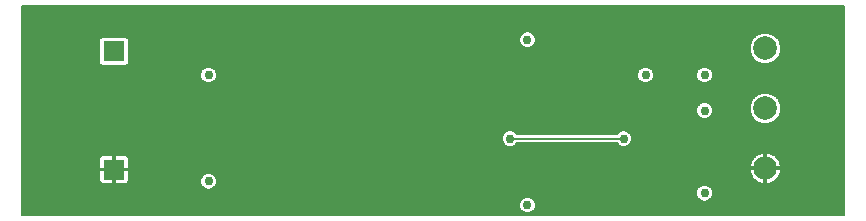
<source format=gbl>
G75*
%MOIN*%
%OFA0B0*%
%FSLAX25Y25*%
%IPPOS*%
%LPD*%
%AMOC8*
5,1,8,0,0,1.08239X$1,22.5*
%
%ADD10C,0.07874*%
%ADD11R,0.07087X0.07087*%
%ADD12C,0.02978*%
%ADD13C,0.00600*%
D10*
X0274663Y0021383D03*
X0274663Y0041383D03*
X0274663Y0061383D03*
D11*
X0057556Y0060355D03*
X0057556Y0020985D03*
D12*
X0089053Y0017048D03*
X0189564Y0031300D03*
X0227438Y0031300D03*
X0254407Y0040670D03*
X0254407Y0052481D03*
X0234722Y0052481D03*
X0193501Y0046300D03*
X0182438Y0046300D03*
X0195352Y0064292D03*
X0289840Y0060355D03*
X0289840Y0052481D03*
X0254407Y0013111D03*
X0195352Y0009174D03*
X0089053Y0052481D03*
D13*
X0026723Y0075440D02*
X0026723Y0005900D01*
X0300988Y0005900D01*
X0300988Y0075440D01*
X0026723Y0075440D01*
X0026723Y0074917D02*
X0300988Y0074917D01*
X0300988Y0074318D02*
X0026723Y0074318D01*
X0026723Y0073720D02*
X0300988Y0073720D01*
X0300988Y0073121D02*
X0026723Y0073121D01*
X0026723Y0072523D02*
X0300988Y0072523D01*
X0300988Y0071924D02*
X0026723Y0071924D01*
X0026723Y0071326D02*
X0300988Y0071326D01*
X0300988Y0070727D02*
X0026723Y0070727D01*
X0026723Y0070129D02*
X0300988Y0070129D01*
X0300988Y0069530D02*
X0026723Y0069530D01*
X0026723Y0068932D02*
X0300988Y0068932D01*
X0300988Y0068333D02*
X0026723Y0068333D01*
X0026723Y0067735D02*
X0300988Y0067735D01*
X0300988Y0067136D02*
X0026723Y0067136D01*
X0026723Y0066538D02*
X0193653Y0066538D01*
X0193772Y0066656D02*
X0192987Y0065872D01*
X0192563Y0064847D01*
X0192563Y0063737D01*
X0192987Y0062712D01*
X0193772Y0061928D01*
X0194797Y0061503D01*
X0195907Y0061503D01*
X0196932Y0061928D01*
X0197716Y0062712D01*
X0198141Y0063737D01*
X0198141Y0064847D01*
X0197716Y0065872D01*
X0196932Y0066656D01*
X0195907Y0067081D01*
X0194797Y0067081D01*
X0193772Y0066656D01*
X0193055Y0065939D02*
X0026723Y0065939D01*
X0026723Y0065341D02*
X0192767Y0065341D01*
X0192563Y0064742D02*
X0062094Y0064742D01*
X0062400Y0064437D02*
X0061638Y0065198D01*
X0053475Y0065198D01*
X0052713Y0064437D01*
X0052713Y0056273D01*
X0053475Y0055512D01*
X0061638Y0055512D01*
X0062400Y0056273D01*
X0062400Y0064437D01*
X0062400Y0064144D02*
X0192563Y0064144D01*
X0192642Y0063545D02*
X0062400Y0063545D01*
X0062400Y0062947D02*
X0192890Y0062947D01*
X0193352Y0062348D02*
X0062400Y0062348D01*
X0062400Y0061750D02*
X0194202Y0061750D01*
X0196502Y0061750D02*
X0269426Y0061750D01*
X0269426Y0062348D02*
X0197352Y0062348D01*
X0197813Y0062947D02*
X0269642Y0062947D01*
X0269426Y0062425D02*
X0269426Y0060341D01*
X0270223Y0058417D01*
X0271696Y0056943D01*
X0273621Y0056146D01*
X0275704Y0056146D01*
X0277629Y0056943D01*
X0279102Y0058417D01*
X0279900Y0060341D01*
X0279900Y0062425D01*
X0279102Y0064350D01*
X0277629Y0065823D01*
X0275704Y0066620D01*
X0273621Y0066620D01*
X0271696Y0065823D01*
X0270223Y0064350D01*
X0269426Y0062425D01*
X0269426Y0061151D02*
X0062400Y0061151D01*
X0062400Y0060553D02*
X0269426Y0060553D01*
X0269586Y0059954D02*
X0062400Y0059954D01*
X0062400Y0059356D02*
X0269834Y0059356D01*
X0270082Y0058757D02*
X0062400Y0058757D01*
X0062400Y0058159D02*
X0270481Y0058159D01*
X0271080Y0057560D02*
X0062400Y0057560D01*
X0062400Y0056962D02*
X0271678Y0056962D01*
X0273097Y0056363D02*
X0062400Y0056363D01*
X0061891Y0055765D02*
X0300988Y0055765D01*
X0300988Y0056363D02*
X0276228Y0056363D01*
X0277648Y0056962D02*
X0300988Y0056962D01*
X0300988Y0057560D02*
X0278246Y0057560D01*
X0278845Y0058159D02*
X0300988Y0058159D01*
X0300988Y0058757D02*
X0279244Y0058757D01*
X0279491Y0059356D02*
X0300988Y0059356D01*
X0300988Y0059954D02*
X0279739Y0059954D01*
X0279900Y0060553D02*
X0300988Y0060553D01*
X0300988Y0061151D02*
X0279900Y0061151D01*
X0279900Y0061750D02*
X0300988Y0061750D01*
X0300988Y0062348D02*
X0279900Y0062348D01*
X0279684Y0062947D02*
X0300988Y0062947D01*
X0300988Y0063545D02*
X0279436Y0063545D01*
X0279188Y0064144D02*
X0300988Y0064144D01*
X0300988Y0064742D02*
X0278710Y0064742D01*
X0278111Y0065341D02*
X0300988Y0065341D01*
X0300988Y0065939D02*
X0277348Y0065939D01*
X0275903Y0066538D02*
X0300988Y0066538D01*
X0273422Y0066538D02*
X0197050Y0066538D01*
X0197649Y0065939D02*
X0271977Y0065939D01*
X0271214Y0065341D02*
X0197936Y0065341D01*
X0198141Y0064742D02*
X0270616Y0064742D01*
X0270138Y0064144D02*
X0198141Y0064144D01*
X0198061Y0063545D02*
X0269890Y0063545D01*
X0256771Y0054061D02*
X0255987Y0054845D01*
X0254962Y0055270D01*
X0253852Y0055270D01*
X0252827Y0054845D01*
X0252042Y0054061D01*
X0251618Y0053036D01*
X0251618Y0051926D01*
X0252042Y0050901D01*
X0252827Y0050117D01*
X0253852Y0049692D01*
X0254962Y0049692D01*
X0255987Y0050117D01*
X0256771Y0050901D01*
X0257196Y0051926D01*
X0257196Y0053036D01*
X0256771Y0054061D01*
X0256809Y0053969D02*
X0300988Y0053969D01*
X0300988Y0053370D02*
X0257057Y0053370D01*
X0257196Y0052772D02*
X0300988Y0052772D01*
X0300988Y0052173D02*
X0257196Y0052173D01*
X0257050Y0051575D02*
X0300988Y0051575D01*
X0300988Y0050976D02*
X0256802Y0050976D01*
X0256248Y0050378D02*
X0300988Y0050378D01*
X0300988Y0049779D02*
X0255172Y0049779D01*
X0253641Y0049779D02*
X0235487Y0049779D01*
X0235277Y0049692D02*
X0236302Y0050117D01*
X0237086Y0050901D01*
X0237511Y0051926D01*
X0237511Y0053036D01*
X0237086Y0054061D01*
X0236302Y0054845D01*
X0235277Y0055270D01*
X0234167Y0055270D01*
X0233142Y0054845D01*
X0232357Y0054061D01*
X0231933Y0053036D01*
X0231933Y0051926D01*
X0232357Y0050901D01*
X0233142Y0050117D01*
X0234167Y0049692D01*
X0235277Y0049692D01*
X0233956Y0049779D02*
X0089818Y0049779D01*
X0089607Y0049692D02*
X0090632Y0050117D01*
X0091417Y0050901D01*
X0091842Y0051926D01*
X0091842Y0053036D01*
X0091417Y0054061D01*
X0090632Y0054845D01*
X0089607Y0055270D01*
X0088498Y0055270D01*
X0087473Y0054845D01*
X0086688Y0054061D01*
X0086264Y0053036D01*
X0086264Y0051926D01*
X0086688Y0050901D01*
X0087473Y0050117D01*
X0088498Y0049692D01*
X0089607Y0049692D01*
X0088287Y0049779D02*
X0026723Y0049779D01*
X0026723Y0049181D02*
X0300988Y0049181D01*
X0300988Y0048582D02*
X0026723Y0048582D01*
X0026723Y0047984D02*
X0300988Y0047984D01*
X0300988Y0047385D02*
X0026723Y0047385D01*
X0026723Y0046787D02*
X0300988Y0046787D01*
X0300988Y0046188D02*
X0276747Y0046188D01*
X0277629Y0045823D02*
X0275704Y0046620D01*
X0273621Y0046620D01*
X0271696Y0045823D01*
X0270223Y0044350D01*
X0269426Y0042425D01*
X0269426Y0040341D01*
X0270223Y0038417D01*
X0271696Y0036943D01*
X0273621Y0036146D01*
X0275704Y0036146D01*
X0277629Y0036943D01*
X0279102Y0038417D01*
X0279900Y0040341D01*
X0279900Y0042425D01*
X0279102Y0044350D01*
X0277629Y0045823D01*
X0277862Y0045590D02*
X0300988Y0045590D01*
X0300988Y0044991D02*
X0278461Y0044991D01*
X0279059Y0044393D02*
X0300988Y0044393D01*
X0300988Y0043794D02*
X0279333Y0043794D01*
X0279580Y0043196D02*
X0300988Y0043196D01*
X0300988Y0042597D02*
X0279828Y0042597D01*
X0279900Y0041999D02*
X0300988Y0041999D01*
X0300988Y0041400D02*
X0279900Y0041400D01*
X0279900Y0040802D02*
X0300988Y0040802D01*
X0300988Y0040203D02*
X0279843Y0040203D01*
X0279595Y0039605D02*
X0300988Y0039605D01*
X0300988Y0039006D02*
X0279347Y0039006D01*
X0279094Y0038408D02*
X0300988Y0038408D01*
X0300988Y0037809D02*
X0278495Y0037809D01*
X0277897Y0037211D02*
X0300988Y0037211D01*
X0300988Y0036612D02*
X0276830Y0036612D01*
X0272496Y0036612D02*
X0026723Y0036612D01*
X0026723Y0036014D02*
X0300988Y0036014D01*
X0300988Y0035415D02*
X0026723Y0035415D01*
X0026723Y0034817D02*
X0300988Y0034817D01*
X0300988Y0034218D02*
X0026723Y0034218D01*
X0026723Y0033620D02*
X0187940Y0033620D01*
X0187985Y0033664D02*
X0187200Y0032880D01*
X0186775Y0031855D01*
X0186775Y0030745D01*
X0187200Y0029720D01*
X0187985Y0028936D01*
X0189010Y0028511D01*
X0190119Y0028511D01*
X0191144Y0028936D01*
X0191909Y0029700D01*
X0225094Y0029700D01*
X0225859Y0028936D01*
X0226884Y0028511D01*
X0227993Y0028511D01*
X0229018Y0028936D01*
X0229803Y0029720D01*
X0230227Y0030745D01*
X0230227Y0031855D01*
X0229803Y0032880D01*
X0229018Y0033664D01*
X0227993Y0034089D01*
X0226884Y0034089D01*
X0225859Y0033664D01*
X0225094Y0032900D01*
X0191909Y0032900D01*
X0191144Y0033664D01*
X0190119Y0034089D01*
X0189010Y0034089D01*
X0187985Y0033664D01*
X0187341Y0033021D02*
X0026723Y0033021D01*
X0026723Y0032423D02*
X0187011Y0032423D01*
X0186775Y0031824D02*
X0026723Y0031824D01*
X0026723Y0031226D02*
X0186775Y0031226D01*
X0186824Y0030627D02*
X0026723Y0030627D01*
X0026723Y0030029D02*
X0187072Y0030029D01*
X0187490Y0029430D02*
X0026723Y0029430D01*
X0026723Y0028832D02*
X0188236Y0028832D01*
X0190893Y0028832D02*
X0226110Y0028832D01*
X0225364Y0029430D02*
X0191639Y0029430D01*
X0189564Y0031300D02*
X0227438Y0031300D01*
X0229992Y0032423D02*
X0300988Y0032423D01*
X0300988Y0033021D02*
X0229661Y0033021D01*
X0229063Y0033620D02*
X0300988Y0033620D01*
X0300988Y0031824D02*
X0230227Y0031824D01*
X0230227Y0031226D02*
X0300988Y0031226D01*
X0300988Y0030627D02*
X0230178Y0030627D01*
X0229930Y0030029D02*
X0300988Y0030029D01*
X0300988Y0029430D02*
X0229513Y0029430D01*
X0228767Y0028832D02*
X0300988Y0028832D01*
X0300988Y0028233D02*
X0026723Y0028233D01*
X0026723Y0027634D02*
X0300988Y0027634D01*
X0300988Y0027036D02*
X0026723Y0027036D01*
X0026723Y0026437D02*
X0273271Y0026437D01*
X0273436Y0026491D02*
X0272652Y0026236D01*
X0271918Y0025862D01*
X0271251Y0025378D01*
X0270668Y0024795D01*
X0270184Y0024128D01*
X0269809Y0023393D01*
X0269555Y0022609D01*
X0269426Y0021795D01*
X0269426Y0021683D01*
X0274363Y0021683D01*
X0274363Y0026620D01*
X0274251Y0026620D01*
X0273436Y0026491D01*
X0274363Y0026437D02*
X0274963Y0026437D01*
X0274963Y0026620D02*
X0274963Y0021683D01*
X0279900Y0021683D01*
X0279900Y0021795D01*
X0279771Y0022609D01*
X0279516Y0023393D01*
X0279142Y0024128D01*
X0278657Y0024795D01*
X0278074Y0025378D01*
X0277408Y0025862D01*
X0276673Y0026236D01*
X0275889Y0026491D01*
X0275075Y0026620D01*
X0274963Y0026620D01*
X0274963Y0025839D02*
X0274363Y0025839D01*
X0274363Y0025240D02*
X0274963Y0025240D01*
X0274963Y0024642D02*
X0274363Y0024642D01*
X0274363Y0024043D02*
X0274963Y0024043D01*
X0274963Y0023445D02*
X0274363Y0023445D01*
X0274363Y0022846D02*
X0274963Y0022846D01*
X0274963Y0022248D02*
X0274363Y0022248D01*
X0274363Y0021683D02*
X0274963Y0021683D01*
X0274963Y0021083D01*
X0279900Y0021083D01*
X0279900Y0020971D01*
X0279771Y0020157D01*
X0279516Y0019373D01*
X0279142Y0018638D01*
X0278657Y0017971D01*
X0278074Y0017388D01*
X0277408Y0016904D01*
X0276673Y0016530D01*
X0275889Y0016275D01*
X0275075Y0016146D01*
X0274963Y0016146D01*
X0274963Y0021083D01*
X0274363Y0021083D01*
X0274363Y0016146D01*
X0274251Y0016146D01*
X0273436Y0016275D01*
X0272652Y0016530D01*
X0271918Y0016904D01*
X0271251Y0017388D01*
X0270668Y0017971D01*
X0270184Y0018638D01*
X0269809Y0019373D01*
X0269555Y0020157D01*
X0269426Y0020971D01*
X0269426Y0021083D01*
X0274363Y0021083D01*
X0274363Y0021683D01*
X0274363Y0021649D02*
X0062400Y0021649D01*
X0062400Y0021285D02*
X0062400Y0024699D01*
X0062311Y0025030D01*
X0062140Y0025327D01*
X0061898Y0025569D01*
X0061602Y0025740D01*
X0061271Y0025828D01*
X0057856Y0025828D01*
X0057856Y0021285D01*
X0057256Y0021285D01*
X0057256Y0020685D01*
X0052713Y0020685D01*
X0052713Y0017271D01*
X0052802Y0016940D01*
X0052973Y0016644D01*
X0053215Y0016401D01*
X0053511Y0016230D01*
X0053842Y0016142D01*
X0057256Y0016142D01*
X0057256Y0020685D01*
X0057856Y0020685D01*
X0057856Y0016142D01*
X0061271Y0016142D01*
X0061602Y0016230D01*
X0061898Y0016401D01*
X0062140Y0016644D01*
X0062311Y0016940D01*
X0062400Y0017271D01*
X0062400Y0020685D01*
X0057857Y0020685D01*
X0057857Y0021285D01*
X0062400Y0021285D01*
X0062400Y0020452D02*
X0269508Y0020452D01*
X0269426Y0021051D02*
X0057857Y0021051D01*
X0057856Y0021649D02*
X0057256Y0021649D01*
X0057256Y0021285D02*
X0057256Y0025828D01*
X0053842Y0025828D01*
X0053511Y0025740D01*
X0053215Y0025569D01*
X0052973Y0025327D01*
X0052802Y0025030D01*
X0052713Y0024699D01*
X0052713Y0021285D01*
X0057256Y0021285D01*
X0057256Y0021051D02*
X0026723Y0021051D01*
X0026723Y0021649D02*
X0052713Y0021649D01*
X0052713Y0022248D02*
X0026723Y0022248D01*
X0026723Y0022846D02*
X0052713Y0022846D01*
X0052713Y0023445D02*
X0026723Y0023445D01*
X0026723Y0024043D02*
X0052713Y0024043D01*
X0052713Y0024642D02*
X0026723Y0024642D01*
X0026723Y0025240D02*
X0052923Y0025240D01*
X0057256Y0025240D02*
X0057856Y0025240D01*
X0057856Y0024642D02*
X0057256Y0024642D01*
X0057256Y0024043D02*
X0057856Y0024043D01*
X0057856Y0023445D02*
X0057256Y0023445D01*
X0057256Y0022846D02*
X0057856Y0022846D01*
X0057856Y0022248D02*
X0057256Y0022248D01*
X0057256Y0020452D02*
X0057856Y0020452D01*
X0057856Y0019854D02*
X0057256Y0019854D01*
X0057256Y0019255D02*
X0057856Y0019255D01*
X0057856Y0018657D02*
X0057256Y0018657D01*
X0057256Y0018058D02*
X0057856Y0018058D01*
X0057856Y0017460D02*
X0057256Y0017460D01*
X0057256Y0016861D02*
X0057856Y0016861D01*
X0057856Y0016263D02*
X0057256Y0016263D01*
X0053455Y0016263D02*
X0026723Y0016263D01*
X0026723Y0016861D02*
X0052847Y0016861D01*
X0052713Y0017460D02*
X0026723Y0017460D01*
X0026723Y0018058D02*
X0052713Y0018058D01*
X0052713Y0018657D02*
X0026723Y0018657D01*
X0026723Y0019255D02*
X0052713Y0019255D01*
X0052713Y0019854D02*
X0026723Y0019854D01*
X0026723Y0020452D02*
X0052713Y0020452D01*
X0062400Y0019854D02*
X0269653Y0019854D01*
X0269869Y0019255D02*
X0090789Y0019255D01*
X0090632Y0019412D02*
X0089607Y0019837D01*
X0088498Y0019837D01*
X0087473Y0019412D01*
X0086688Y0018628D01*
X0086264Y0017603D01*
X0086264Y0016493D01*
X0086688Y0015468D01*
X0087473Y0014684D01*
X0088498Y0014259D01*
X0089607Y0014259D01*
X0090632Y0014684D01*
X0091417Y0015468D01*
X0091842Y0016493D01*
X0091842Y0017603D01*
X0091417Y0018628D01*
X0090632Y0019412D01*
X0091388Y0018657D02*
X0270174Y0018657D01*
X0270605Y0018058D02*
X0091653Y0018058D01*
X0091842Y0017460D02*
X0271180Y0017460D01*
X0272002Y0016861D02*
X0091842Y0016861D01*
X0091746Y0016263D02*
X0273514Y0016263D01*
X0274363Y0016263D02*
X0274963Y0016263D01*
X0274963Y0016861D02*
X0274363Y0016861D01*
X0274363Y0017460D02*
X0274963Y0017460D01*
X0274963Y0018058D02*
X0274363Y0018058D01*
X0274363Y0018657D02*
X0274963Y0018657D01*
X0274963Y0019255D02*
X0274363Y0019255D01*
X0274363Y0019854D02*
X0274963Y0019854D01*
X0274963Y0020452D02*
X0274363Y0020452D01*
X0274363Y0021051D02*
X0274963Y0021051D01*
X0274963Y0021649D02*
X0300988Y0021649D01*
X0300988Y0021051D02*
X0279900Y0021051D01*
X0279818Y0020452D02*
X0300988Y0020452D01*
X0300988Y0019854D02*
X0279672Y0019854D01*
X0279456Y0019255D02*
X0300988Y0019255D01*
X0300988Y0018657D02*
X0279151Y0018657D01*
X0278720Y0018058D02*
X0300988Y0018058D01*
X0300988Y0017460D02*
X0278146Y0017460D01*
X0277324Y0016861D02*
X0300988Y0016861D01*
X0300988Y0016263D02*
X0275812Y0016263D01*
X0257196Y0013666D02*
X0257196Y0012556D01*
X0256771Y0011531D01*
X0255987Y0010747D01*
X0254962Y0010322D01*
X0253852Y0010322D01*
X0252827Y0010747D01*
X0252042Y0011531D01*
X0251618Y0012556D01*
X0251618Y0013666D01*
X0252042Y0014691D01*
X0252827Y0015475D01*
X0253852Y0015900D01*
X0254962Y0015900D01*
X0255987Y0015475D01*
X0256771Y0014691D01*
X0257196Y0013666D01*
X0257112Y0013869D02*
X0300988Y0013869D01*
X0300988Y0014467D02*
X0256864Y0014467D01*
X0256396Y0015066D02*
X0300988Y0015066D01*
X0300988Y0015664D02*
X0255531Y0015664D01*
X0253283Y0015664D02*
X0091498Y0015664D01*
X0091014Y0015066D02*
X0252417Y0015066D01*
X0251950Y0014467D02*
X0090110Y0014467D01*
X0087995Y0014467D02*
X0026723Y0014467D01*
X0026723Y0013869D02*
X0251702Y0013869D01*
X0251618Y0013270D02*
X0026723Y0013270D01*
X0026723Y0012672D02*
X0251618Y0012672D01*
X0251818Y0012073D02*
X0026723Y0012073D01*
X0026723Y0011475D02*
X0193708Y0011475D01*
X0193772Y0011538D02*
X0192987Y0010754D01*
X0192563Y0009729D01*
X0192563Y0008619D01*
X0192987Y0007594D01*
X0193772Y0006810D01*
X0194797Y0006385D01*
X0195907Y0006385D01*
X0196932Y0006810D01*
X0197716Y0007594D01*
X0198141Y0008619D01*
X0198141Y0009729D01*
X0197716Y0010754D01*
X0196932Y0011538D01*
X0195907Y0011963D01*
X0194797Y0011963D01*
X0193772Y0011538D01*
X0193110Y0010876D02*
X0026723Y0010876D01*
X0026723Y0010278D02*
X0192790Y0010278D01*
X0192563Y0009679D02*
X0026723Y0009679D01*
X0026723Y0009081D02*
X0192563Y0009081D01*
X0192620Y0008482D02*
X0026723Y0008482D01*
X0026723Y0007884D02*
X0192867Y0007884D01*
X0193296Y0007285D02*
X0026723Y0007285D01*
X0026723Y0006687D02*
X0194069Y0006687D01*
X0196635Y0006687D02*
X0300988Y0006687D01*
X0300988Y0007285D02*
X0197407Y0007285D01*
X0197836Y0007884D02*
X0300988Y0007884D01*
X0300988Y0008482D02*
X0198084Y0008482D01*
X0198141Y0009081D02*
X0300988Y0009081D01*
X0300988Y0009679D02*
X0198141Y0009679D01*
X0197913Y0010278D02*
X0300988Y0010278D01*
X0300988Y0010876D02*
X0256116Y0010876D01*
X0256715Y0011475D02*
X0300988Y0011475D01*
X0300988Y0012073D02*
X0256996Y0012073D01*
X0257196Y0012672D02*
X0300988Y0012672D01*
X0300988Y0013270D02*
X0257196Y0013270D01*
X0252099Y0011475D02*
X0196995Y0011475D01*
X0197594Y0010876D02*
X0252698Y0010876D01*
X0269497Y0022248D02*
X0062400Y0022248D01*
X0062400Y0022846D02*
X0269632Y0022846D01*
X0269836Y0023445D02*
X0062400Y0023445D01*
X0062400Y0024043D02*
X0270141Y0024043D01*
X0270557Y0024642D02*
X0062400Y0024642D01*
X0062190Y0025240D02*
X0271114Y0025240D01*
X0271886Y0025839D02*
X0026723Y0025839D01*
X0026723Y0015664D02*
X0086607Y0015664D01*
X0086359Y0016263D02*
X0061658Y0016263D01*
X0062266Y0016861D02*
X0086264Y0016861D01*
X0086264Y0017460D02*
X0062400Y0017460D01*
X0062400Y0018058D02*
X0086452Y0018058D01*
X0086717Y0018657D02*
X0062400Y0018657D01*
X0062400Y0019255D02*
X0087316Y0019255D01*
X0087091Y0015066D02*
X0026723Y0015066D01*
X0026723Y0006088D02*
X0300988Y0006088D01*
X0300988Y0022248D02*
X0279828Y0022248D01*
X0279694Y0022846D02*
X0300988Y0022846D01*
X0300988Y0023445D02*
X0279490Y0023445D01*
X0279185Y0024043D02*
X0300988Y0024043D01*
X0300988Y0024642D02*
X0278768Y0024642D01*
X0278212Y0025240D02*
X0300988Y0025240D01*
X0300988Y0025839D02*
X0277439Y0025839D01*
X0276054Y0026437D02*
X0300988Y0026437D01*
X0271429Y0037211D02*
X0026723Y0037211D01*
X0026723Y0037809D02*
X0270830Y0037809D01*
X0270232Y0038408D02*
X0256089Y0038408D01*
X0255987Y0038306D02*
X0256771Y0039090D01*
X0257196Y0040115D01*
X0257196Y0041225D01*
X0256771Y0042250D01*
X0255987Y0043034D01*
X0254962Y0043459D01*
X0253852Y0043459D01*
X0252827Y0043034D01*
X0252042Y0042250D01*
X0251618Y0041225D01*
X0251618Y0040115D01*
X0252042Y0039090D01*
X0252827Y0038306D01*
X0253852Y0037881D01*
X0254962Y0037881D01*
X0255987Y0038306D01*
X0256687Y0039006D02*
X0269979Y0039006D01*
X0269731Y0039605D02*
X0256984Y0039605D01*
X0257196Y0040203D02*
X0269483Y0040203D01*
X0269426Y0040802D02*
X0257196Y0040802D01*
X0257123Y0041400D02*
X0269426Y0041400D01*
X0269426Y0041999D02*
X0256875Y0041999D01*
X0256424Y0042597D02*
X0269497Y0042597D01*
X0269745Y0043196D02*
X0255597Y0043196D01*
X0253217Y0043196D02*
X0026723Y0043196D01*
X0026723Y0043794D02*
X0269993Y0043794D01*
X0270266Y0044393D02*
X0026723Y0044393D01*
X0026723Y0044991D02*
X0270865Y0044991D01*
X0271463Y0045590D02*
X0026723Y0045590D01*
X0026723Y0046188D02*
X0272579Y0046188D01*
X0252566Y0050378D02*
X0236563Y0050378D01*
X0237117Y0050976D02*
X0252011Y0050976D01*
X0251763Y0051575D02*
X0237365Y0051575D01*
X0237511Y0052173D02*
X0251618Y0052173D01*
X0251618Y0052772D02*
X0237511Y0052772D01*
X0237372Y0053370D02*
X0251757Y0053370D01*
X0252004Y0053969D02*
X0237124Y0053969D01*
X0236580Y0054568D02*
X0252549Y0054568D01*
X0253601Y0055166D02*
X0235528Y0055166D01*
X0233916Y0055166D02*
X0089859Y0055166D01*
X0090910Y0054568D02*
X0232864Y0054568D01*
X0232319Y0053969D02*
X0091455Y0053969D01*
X0091703Y0053370D02*
X0232071Y0053370D01*
X0231933Y0052772D02*
X0091842Y0052772D01*
X0091842Y0052173D02*
X0231933Y0052173D01*
X0232078Y0051575D02*
X0091696Y0051575D01*
X0091448Y0050976D02*
X0232326Y0050976D01*
X0232881Y0050378D02*
X0090894Y0050378D01*
X0087212Y0050378D02*
X0026723Y0050378D01*
X0026723Y0050976D02*
X0086657Y0050976D01*
X0086409Y0051575D02*
X0026723Y0051575D01*
X0026723Y0052173D02*
X0086264Y0052173D01*
X0086264Y0052772D02*
X0026723Y0052772D01*
X0026723Y0053370D02*
X0086402Y0053370D01*
X0086650Y0053969D02*
X0026723Y0053969D01*
X0026723Y0054568D02*
X0087195Y0054568D01*
X0088247Y0055166D02*
X0026723Y0055166D01*
X0026723Y0055765D02*
X0053222Y0055765D01*
X0052713Y0056363D02*
X0026723Y0056363D01*
X0026723Y0056962D02*
X0052713Y0056962D01*
X0052713Y0057560D02*
X0026723Y0057560D01*
X0026723Y0058159D02*
X0052713Y0058159D01*
X0052713Y0058757D02*
X0026723Y0058757D01*
X0026723Y0059356D02*
X0052713Y0059356D01*
X0052713Y0059954D02*
X0026723Y0059954D01*
X0026723Y0060553D02*
X0052713Y0060553D01*
X0052713Y0061151D02*
X0026723Y0061151D01*
X0026723Y0061750D02*
X0052713Y0061750D01*
X0052713Y0062348D02*
X0026723Y0062348D01*
X0026723Y0062947D02*
X0052713Y0062947D01*
X0052713Y0063545D02*
X0026723Y0063545D01*
X0026723Y0064144D02*
X0052713Y0064144D01*
X0053018Y0064742D02*
X0026723Y0064742D01*
X0026723Y0042597D02*
X0252390Y0042597D01*
X0251938Y0041999D02*
X0026723Y0041999D01*
X0026723Y0041400D02*
X0251691Y0041400D01*
X0251618Y0040802D02*
X0026723Y0040802D01*
X0026723Y0040203D02*
X0251618Y0040203D01*
X0251829Y0039605D02*
X0026723Y0039605D01*
X0026723Y0039006D02*
X0252127Y0039006D01*
X0252725Y0038408D02*
X0026723Y0038408D01*
X0182438Y0046300D02*
X0193501Y0046300D01*
X0191189Y0033620D02*
X0225814Y0033620D01*
X0225215Y0033021D02*
X0191787Y0033021D01*
X0255213Y0055166D02*
X0300988Y0055166D01*
X0300988Y0054568D02*
X0256265Y0054568D01*
M02*

</source>
